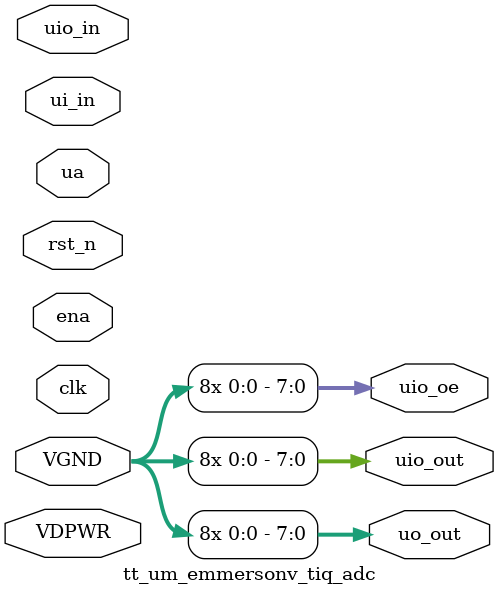
<source format=v>
/*
 * Copyright (c) 2024 Your Name
 * SPDX-License-Identifier: Apache-2.0
 */

`default_nettype none

module tt_um_emmersonv_tiq_adc (
    input  wire       VGND,
    input  wire       VDPWR,    // 1.8v power supply
//    input  wire       VAPWR,    // 3.3v power supply
    input  wire [7:0] ui_in,    // Dedicated inputs
    output wire [7:0] uo_out,   // Dedicated outputs
    input  wire [7:0] uio_in,   // IOs: Input path
    output wire [7:0] uio_out,  // IOs: Output path
    output wire [7:0] uio_oe,   // IOs: Enable path (active high: 0=input, 1=output)
    inout  wire [7:0] ua,       // Analog pins, only ua[5:0] can be used
    input  wire       ena,      // always 1 when the design is powered, so you can ignore it
    input  wire       clk,      // clock
    input  wire       rst_n     // reset_n - low to reset
);

wire [6:0] my_t;
wire [7:0] my_a;

one_outof_n inst(
    .clk(clk),
    .t(my_t),
    .a(my_a)
);

    assign uo_out[0] = VGND;
    assign uo_out[1] = VGND;
    assign uo_out[2] = VGND;
    assign uo_out[3] = VGND;
    assign uo_out[4] = VGND;
    assign uo_out[5] = VGND;
    assign uo_out[6] = VGND;
    assign uo_out[7] = VGND;

    assign uio_out[0] = VGND;
    assign uio_out[1] = VGND;
    assign uio_out[2] = VGND;
    assign uio_out[3] = VGND;
    assign uio_out[4] = VGND;
    assign uio_out[5] = VGND;
    assign uio_out[6] = VGND;
    assign uio_out[7] = VGND;

    assign uio_oe[0] = VGND;
    assign uio_oe[1] = VGND;
    assign uio_oe[2] = VGND;
    assign uio_oe[3] = VGND;
    assign uio_oe[4] = VGND;
    assign uio_oe[5] = VGND;
    assign uio_oe[6] = VGND;
    assign uio_oe[7] = VGND;

endmodule

</source>
